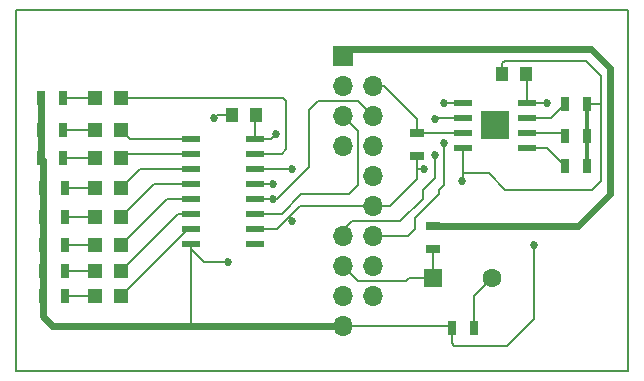
<source format=gtl>
G04 #@! TF.FileFunction,Copper,L1,Top,Signal*
%FSLAX46Y46*%
G04 Gerber Fmt 4.6, Leading zero omitted, Abs format (unit mm)*
G04 Created by KiCad (PCBNEW 4.0.6) date 11/27/17 20:56:59*
%MOMM*%
%LPD*%
G01*
G04 APERTURE LIST*
%ADD10C,0.100000*%
%ADD11C,0.150000*%
%ADD12R,1.500000X0.600000*%
%ADD13R,1.000000X1.250000*%
%ADD14R,1.200000X1.200000*%
%ADD15R,1.300000X0.700000*%
%ADD16R,0.700000X1.300000*%
%ADD17R,1.600000X1.600000*%
%ADD18C,1.600000*%
%ADD19R,1.700000X1.700000*%
%ADD20O,1.700000X1.700000*%
%ADD21R,1.550000X0.600000*%
%ADD22R,1.175000X1.175000*%
%ADD23C,0.685800*%
%ADD24C,0.152400*%
%ADD25C,0.304800*%
%ADD26C,0.609600*%
G04 APERTURE END LIST*
D10*
D11*
X197866000Y-107061000D02*
X249682000Y-107061000D01*
X197866000Y-107823000D02*
X197866000Y-107061000D01*
X249682000Y-137668000D02*
X249682000Y-107061000D01*
X197866000Y-137668000D02*
X249682000Y-137668000D01*
X197866000Y-107823000D02*
X197866000Y-137668000D01*
D12*
X212692000Y-117983000D03*
X212692000Y-119253000D03*
X212692000Y-120523000D03*
X212692000Y-121793000D03*
X212692000Y-123063000D03*
X212692000Y-124333000D03*
X212692000Y-125603000D03*
X212692000Y-126873000D03*
X218092000Y-126873000D03*
X218092000Y-125603000D03*
X218092000Y-124333000D03*
X218092000Y-123063000D03*
X218092000Y-121793000D03*
X218092000Y-120523000D03*
X218092000Y-119253000D03*
X218092000Y-117983000D03*
D13*
X239030000Y-112522000D03*
X241030000Y-112522000D03*
X216170000Y-115951000D03*
X218170000Y-115951000D03*
D14*
X206713000Y-131318000D03*
X204513000Y-131318000D03*
X206713000Y-129159000D03*
X204513000Y-129159000D03*
X206713000Y-127000000D03*
X204513000Y-127000000D03*
X206713000Y-124587000D03*
X204513000Y-124587000D03*
X206713000Y-122174000D03*
X204513000Y-122174000D03*
X206713000Y-119634000D03*
X204513000Y-119634000D03*
X206713000Y-117221000D03*
X204513000Y-117221000D03*
X206713000Y-114554000D03*
X204513000Y-114554000D03*
D15*
X231775000Y-119441000D03*
X231775000Y-117541000D03*
D16*
X244287000Y-120269000D03*
X246187000Y-120269000D03*
X244287000Y-117729000D03*
X246187000Y-117729000D03*
X244287000Y-115062000D03*
X246187000Y-115062000D03*
D15*
X233172000Y-125415000D03*
X233172000Y-127315000D03*
D17*
X233172000Y-129794000D03*
D18*
X238172000Y-129794000D03*
D16*
X236662000Y-133985000D03*
X234762000Y-133985000D03*
X201991000Y-131318000D03*
X200091000Y-131318000D03*
X201991000Y-129159000D03*
X200091000Y-129159000D03*
X201991000Y-127000000D03*
X200091000Y-127000000D03*
X201991000Y-124587000D03*
X200091000Y-124587000D03*
X201991000Y-122174000D03*
X200091000Y-122174000D03*
X201864000Y-119634000D03*
X199964000Y-119634000D03*
X201864000Y-117221000D03*
X199964000Y-117221000D03*
X201864000Y-114554000D03*
X199964000Y-114554000D03*
D19*
X225552000Y-110998000D03*
D20*
X225552000Y-113538000D03*
X228092000Y-113538000D03*
X225552000Y-116078000D03*
X228092000Y-116078000D03*
X225552000Y-118618000D03*
X228092000Y-118618000D03*
X228092000Y-121158000D03*
X228092000Y-123698000D03*
X225552000Y-126238000D03*
X228092000Y-126238000D03*
X225552000Y-128778000D03*
X228092000Y-128778000D03*
X225552000Y-131318000D03*
X228092000Y-131318000D03*
X225552000Y-133858000D03*
D21*
X235679000Y-114935000D03*
X235679000Y-116205000D03*
X235679000Y-117475000D03*
X235679000Y-118745000D03*
X241079000Y-118745000D03*
X241079000Y-117475000D03*
X241079000Y-116205000D03*
X241079000Y-114935000D03*
D22*
X238966500Y-117427500D03*
X238966500Y-116252500D03*
X237791500Y-117427500D03*
X237791500Y-116252500D03*
D23*
X219583000Y-123063000D03*
X235585000Y-121539000D03*
X241681000Y-127000000D03*
X214630000Y-116205000D03*
X219583000Y-121793000D03*
X215773000Y-128397000D03*
X219837000Y-117602000D03*
X221234000Y-124968000D03*
X232410000Y-120523000D03*
X242824000Y-114935000D03*
X221234000Y-120523000D03*
X233299000Y-119380000D03*
X233299000Y-116332000D03*
X234061000Y-114935000D03*
X234061000Y-118364000D03*
D24*
X218092000Y-123063000D02*
X219964000Y-123063000D01*
X226822000Y-114808000D02*
X228092000Y-116078000D01*
X223393000Y-114808000D02*
X226822000Y-114808000D01*
X222631000Y-115570000D02*
X223393000Y-114808000D01*
X222631000Y-120396000D02*
X222631000Y-115570000D01*
X219964000Y-123063000D02*
X222631000Y-120396000D01*
X218092000Y-123063000D02*
X219583000Y-123063000D01*
X246187000Y-115062000D02*
X247396000Y-115062000D01*
X239030000Y-112522000D02*
X239030000Y-111617000D01*
X239030000Y-111617000D02*
X239268000Y-111379000D01*
X239268000Y-111379000D02*
X246126000Y-111379000D01*
X246126000Y-111379000D02*
X247396000Y-112649000D01*
X247396000Y-112649000D02*
X247396000Y-115062000D01*
X237871000Y-120904000D02*
X235679000Y-120904000D01*
X247396000Y-115062000D02*
X247396000Y-121539000D01*
X247396000Y-121539000D02*
X246634000Y-122301000D01*
X246634000Y-122301000D02*
X239268000Y-122301000D01*
X239268000Y-122301000D02*
X237871000Y-120904000D01*
X234762000Y-133985000D02*
X234762000Y-135321000D01*
X235679000Y-121445000D02*
X235679000Y-120904000D01*
X235679000Y-120904000D02*
X235679000Y-118745000D01*
X235585000Y-121539000D02*
X235679000Y-121445000D01*
X241681000Y-133223000D02*
X241681000Y-127000000D01*
X239395000Y-135509000D02*
X241681000Y-133223000D01*
X234950000Y-135509000D02*
X239395000Y-135509000D01*
X234762000Y-135321000D02*
X234950000Y-135509000D01*
X214884000Y-115951000D02*
X216170000Y-115951000D01*
X214630000Y-116205000D02*
X214884000Y-115951000D01*
X219583000Y-121793000D02*
X218092000Y-121793000D01*
D25*
X246187000Y-117729000D02*
X246187000Y-120269000D01*
X246187000Y-115062000D02*
X246187000Y-117729000D01*
D24*
X212692000Y-126873000D02*
X212692000Y-127348000D01*
X213741000Y-128397000D02*
X215773000Y-128397000D01*
X212692000Y-127348000D02*
X213741000Y-128397000D01*
X225552000Y-133858000D02*
X234635000Y-133858000D01*
X234635000Y-133858000D02*
X234762000Y-133985000D01*
X212692000Y-126873000D02*
X212692000Y-133858000D01*
X212725000Y-133825000D02*
X212725000Y-133858000D01*
X212692000Y-133858000D02*
X212725000Y-133825000D01*
D26*
X199964000Y-117221000D02*
X199964000Y-114554000D01*
X199964000Y-119634000D02*
X199964000Y-117221000D01*
X200091000Y-122174000D02*
X200091000Y-119761000D01*
X200091000Y-119761000D02*
X199964000Y-119634000D01*
X200091000Y-124587000D02*
X200091000Y-122174000D01*
X200091000Y-127000000D02*
X200091000Y-124587000D01*
X200091000Y-129159000D02*
X200091000Y-127000000D01*
X200091000Y-131318000D02*
X200091000Y-129159000D01*
X225552000Y-133858000D02*
X212725000Y-133858000D01*
X212725000Y-133858000D02*
X200914000Y-133858000D01*
X200091000Y-133035000D02*
X200091000Y-131318000D01*
X200914000Y-133858000D02*
X200091000Y-133035000D01*
D24*
X220980000Y-124587000D02*
X220980000Y-124714000D01*
X219456000Y-117983000D02*
X218092000Y-117983000D01*
X219837000Y-117602000D02*
X219456000Y-117983000D01*
X220980000Y-124714000D02*
X221234000Y-124968000D01*
X218092000Y-125603000D02*
X219964000Y-125603000D01*
X221869000Y-123698000D02*
X228092000Y-123698000D01*
X219964000Y-125603000D02*
X220980000Y-124587000D01*
X220980000Y-124587000D02*
X221869000Y-123698000D01*
X218092000Y-117983000D02*
X218092000Y-116029000D01*
X218092000Y-116029000D02*
X218170000Y-115951000D01*
X241079000Y-114935000D02*
X242824000Y-114935000D01*
X232410000Y-120523000D02*
X231775000Y-120523000D01*
X228092000Y-123698000D02*
X229489000Y-123698000D01*
X229489000Y-123698000D02*
X231775000Y-121412000D01*
X231775000Y-121412000D02*
X231775000Y-120523000D01*
X231775000Y-120523000D02*
X231775000Y-119441000D01*
X241079000Y-114935000D02*
X241079000Y-112571000D01*
X241079000Y-112571000D02*
X241030000Y-112522000D01*
X212692000Y-125603000D02*
X212428000Y-125603000D01*
X212428000Y-125603000D02*
X206713000Y-131318000D01*
X204513000Y-131318000D02*
X201991000Y-131318000D01*
X212692000Y-124333000D02*
X211539000Y-124333000D01*
X211539000Y-124333000D02*
X206713000Y-129159000D01*
X204513000Y-129159000D02*
X201991000Y-129159000D01*
X212692000Y-123063000D02*
X210650000Y-123063000D01*
X210650000Y-123063000D02*
X206713000Y-127000000D01*
X204513000Y-127000000D02*
X201991000Y-127000000D01*
X212692000Y-121793000D02*
X209507000Y-121793000D01*
X209507000Y-121793000D02*
X206713000Y-124587000D01*
X204513000Y-124587000D02*
X201991000Y-124587000D01*
X212692000Y-120523000D02*
X208364000Y-120523000D01*
X208364000Y-120523000D02*
X206713000Y-122174000D01*
X204513000Y-122174000D02*
X201991000Y-122174000D01*
X212692000Y-119253000D02*
X207094000Y-119253000D01*
X207094000Y-119253000D02*
X206713000Y-119634000D01*
X204513000Y-119634000D02*
X201864000Y-119634000D01*
X212692000Y-117983000D02*
X207475000Y-117983000D01*
X207475000Y-117983000D02*
X206713000Y-117221000D01*
X204513000Y-117221000D02*
X201864000Y-117221000D01*
X218092000Y-119253000D02*
X220345000Y-119253000D01*
X220472000Y-114554000D02*
X206713000Y-114554000D01*
X220726000Y-114808000D02*
X220472000Y-114554000D01*
X220726000Y-118872000D02*
X220726000Y-114808000D01*
X220345000Y-119253000D02*
X220726000Y-118872000D01*
X204513000Y-114554000D02*
X201864000Y-114554000D01*
X231775000Y-117541000D02*
X235613000Y-117541000D01*
X235613000Y-117541000D02*
X235679000Y-117475000D01*
X228092000Y-113538000D02*
X228981000Y-113538000D01*
X231775000Y-116332000D02*
X231775000Y-117541000D01*
X228981000Y-113538000D02*
X231775000Y-116332000D01*
X241079000Y-118745000D02*
X242763000Y-118745000D01*
X242763000Y-118745000D02*
X244287000Y-120269000D01*
X241079000Y-117475000D02*
X244033000Y-117475000D01*
X244033000Y-117475000D02*
X244287000Y-117729000D01*
X241079000Y-116205000D02*
X243144000Y-116205000D01*
X243144000Y-116205000D02*
X244287000Y-115062000D01*
D26*
X225552000Y-110998000D02*
X225552000Y-110744000D01*
X225552000Y-110744000D02*
X225933000Y-110363000D01*
X225933000Y-110363000D02*
X246507000Y-110363000D01*
X246507000Y-110363000D02*
X248158000Y-112014000D01*
X248158000Y-112014000D02*
X248158000Y-122682000D01*
X248158000Y-122682000D02*
X245425000Y-125415000D01*
X245425000Y-125415000D02*
X233172000Y-125415000D01*
D24*
X233172000Y-127315000D02*
X233172000Y-129794000D01*
X233172000Y-129794000D02*
X231140000Y-129794000D01*
X226822000Y-130048000D02*
X225552000Y-128778000D01*
X230886000Y-130048000D02*
X226822000Y-130048000D01*
X231140000Y-129794000D02*
X230886000Y-130048000D01*
X236662000Y-133985000D02*
X236662000Y-131304000D01*
X236662000Y-131304000D02*
X238172000Y-129794000D01*
X218092000Y-124333000D02*
X220345000Y-124333000D01*
X226822000Y-117348000D02*
X225552000Y-116078000D01*
X226822000Y-121920000D02*
X226822000Y-117348000D01*
X226060000Y-122682000D02*
X226822000Y-121920000D01*
X221996000Y-122682000D02*
X226060000Y-122682000D01*
X220345000Y-124333000D02*
X221996000Y-122682000D01*
X218092000Y-120523000D02*
X221234000Y-120523000D01*
X225552000Y-126238000D02*
X225552000Y-125730000D01*
X225552000Y-125730000D02*
X226314000Y-124968000D01*
X226314000Y-124968000D02*
X230378000Y-124968000D01*
X230378000Y-124968000D02*
X232283000Y-123063000D01*
X232283000Y-123063000D02*
X232283000Y-122301000D01*
X232283000Y-122301000D02*
X233299000Y-121285000D01*
X233299000Y-121285000D02*
X233299000Y-119380000D01*
X233299000Y-116332000D02*
X233426000Y-116205000D01*
X233426000Y-116205000D02*
X235679000Y-116205000D01*
X228092000Y-126238000D02*
X231013000Y-126238000D01*
X234061000Y-114935000D02*
X235679000Y-114935000D01*
X234061000Y-121920000D02*
X234061000Y-118364000D01*
X233680000Y-122301000D02*
X234061000Y-121920000D01*
X233680000Y-122682000D02*
X233680000Y-122301000D01*
X231648000Y-124714000D02*
X233680000Y-122682000D01*
X231648000Y-125603000D02*
X231648000Y-124714000D01*
X231013000Y-126238000D02*
X231648000Y-125603000D01*
M02*

</source>
